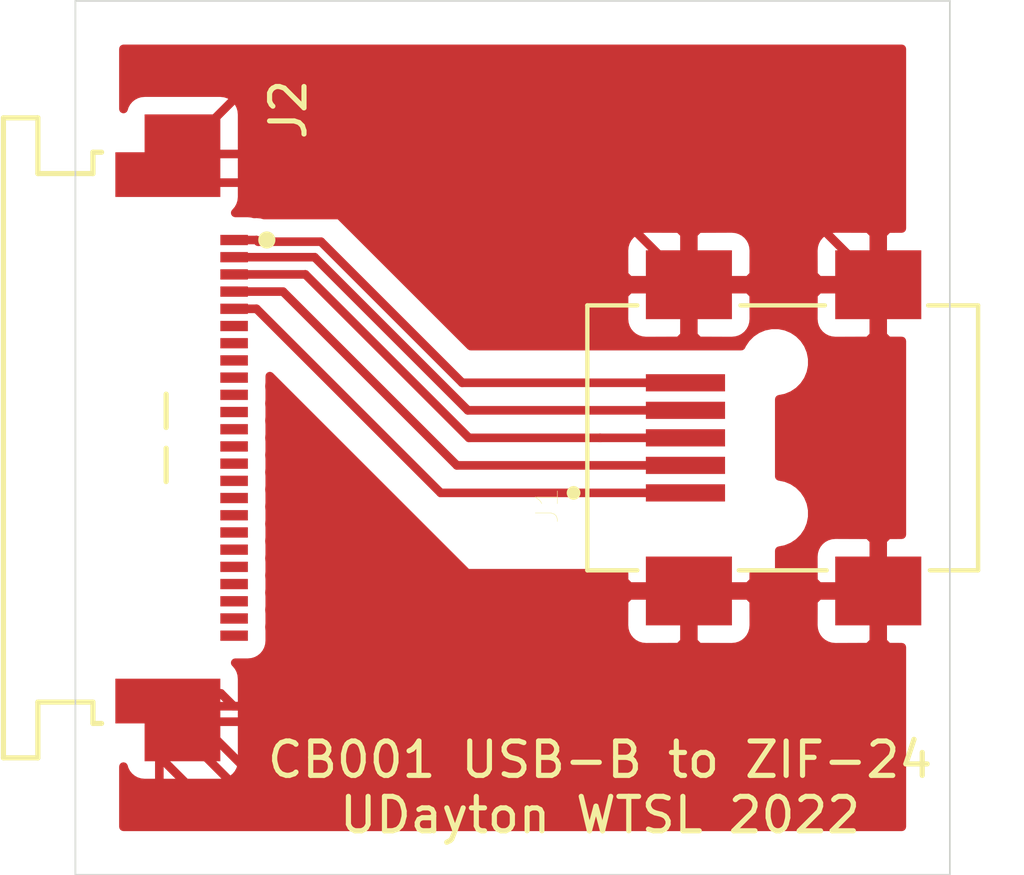
<source format=kicad_pcb>
(kicad_pcb (version 20171130) (host pcbnew "(5.1.12)-1")

  (general
    (thickness 1.6)
    (drawings 5)
    (tracks 47)
    (zones 0)
    (modules 2)
    (nets 26)
  )

  (page A4)
  (layers
    (0 F.Cu signal)
    (31 B.Cu signal)
    (32 B.Adhes user)
    (33 F.Adhes user)
    (34 B.Paste user)
    (35 F.Paste user)
    (36 B.SilkS user)
    (37 F.SilkS user)
    (38 B.Mask user)
    (39 F.Mask user)
    (40 Dwgs.User user)
    (41 Cmts.User user)
    (42 Eco1.User user)
    (43 Eco2.User user)
    (44 Edge.Cuts user)
    (45 Margin user)
    (46 B.CrtYd user)
    (47 F.CrtYd user)
    (48 B.Fab user)
    (49 F.Fab user)
  )

  (setup
    (last_trace_width 0.25)
    (trace_clearance 0.2)
    (zone_clearance 0.508)
    (zone_45_only no)
    (trace_min 0.2)
    (via_size 0.8)
    (via_drill 0.4)
    (via_min_size 0.4)
    (via_min_drill 0.3)
    (uvia_size 0.3)
    (uvia_drill 0.1)
    (uvias_allowed no)
    (uvia_min_size 0.2)
    (uvia_min_drill 0.1)
    (edge_width 0.05)
    (segment_width 0.2)
    (pcb_text_width 0.3)
    (pcb_text_size 1.5 1.5)
    (mod_edge_width 0.12)
    (mod_text_size 1 1)
    (mod_text_width 0.15)
    (pad_size 1.524 1.524)
    (pad_drill 0.762)
    (pad_to_mask_clearance 0)
    (aux_axis_origin 0 0)
    (visible_elements 7FFFFFFF)
    (pcbplotparams
      (layerselection 0x010fc_ffffffff)
      (usegerberextensions false)
      (usegerberattributes true)
      (usegerberadvancedattributes true)
      (creategerberjobfile true)
      (excludeedgelayer true)
      (linewidth 0.100000)
      (plotframeref false)
      (viasonmask false)
      (mode 1)
      (useauxorigin false)
      (hpglpennumber 1)
      (hpglpenspeed 20)
      (hpglpendiameter 15.000000)
      (psnegative false)
      (psa4output false)
      (plotreference true)
      (plotvalue true)
      (plotinvisibletext false)
      (padsonsilk false)
      (subtractmaskfromsilk false)
      (outputformat 1)
      (mirror false)
      (drillshape 0)
      (scaleselection 1)
      (outputdirectory "gerber/"))
  )

  (net 0 "")
  (net 1 "Net-(J1-Pad5)")
  (net 2 "Net-(J1-Pad4)")
  (net 3 "Net-(J1-Pad3)")
  (net 4 "Net-(J1-Pad2)")
  (net 5 "Net-(J1-Pad1)")
  (net 6 "Net-(J1-PadS1)")
  (net 7 "Net-(J2-Pad24)")
  (net 8 "Net-(J2-Pad23)")
  (net 9 "Net-(J2-Pad21)")
  (net 10 "Net-(J2-Pad20)")
  (net 11 "Net-(J2-Pad19)")
  (net 12 "Net-(J2-Pad18)")
  (net 13 "Net-(J2-Pad17)")
  (net 14 "Net-(J2-Pad16)")
  (net 15 "Net-(J2-Pad15)")
  (net 16 "Net-(J2-Pad14)")
  (net 17 "Net-(J2-Pad13)")
  (net 18 "Net-(J2-Pad12)")
  (net 19 "Net-(J2-Pad11)")
  (net 20 "Net-(J2-Pad10)")
  (net 21 "Net-(J2-Pad9)")
  (net 22 "Net-(J2-Pad8)")
  (net 23 "Net-(J2-Pad7)")
  (net 24 "Net-(J2-Pad6)")
  (net 25 "Net-(J2-Pad22)")

  (net_class Default "This is the default net class."
    (clearance 0.2)
    (trace_width 0.25)
    (via_dia 0.8)
    (via_drill 0.4)
    (uvia_dia 0.3)
    (uvia_drill 0.1)
    (add_net "Net-(J1-Pad1)")
    (add_net "Net-(J1-Pad2)")
    (add_net "Net-(J1-Pad3)")
    (add_net "Net-(J1-Pad4)")
    (add_net "Net-(J1-Pad5)")
    (add_net "Net-(J1-PadS1)")
    (add_net "Net-(J2-Pad10)")
    (add_net "Net-(J2-Pad11)")
    (add_net "Net-(J2-Pad12)")
    (add_net "Net-(J2-Pad13)")
    (add_net "Net-(J2-Pad14)")
    (add_net "Net-(J2-Pad15)")
    (add_net "Net-(J2-Pad16)")
    (add_net "Net-(J2-Pad17)")
    (add_net "Net-(J2-Pad18)")
    (add_net "Net-(J2-Pad19)")
    (add_net "Net-(J2-Pad20)")
    (add_net "Net-(J2-Pad21)")
    (add_net "Net-(J2-Pad22)")
    (add_net "Net-(J2-Pad23)")
    (add_net "Net-(J2-Pad24)")
    (add_net "Net-(J2-Pad6)")
    (add_net "Net-(J2-Pad7)")
    (add_net "Net-(J2-Pad8)")
    (add_net "Net-(J2-Pad9)")
  )

  (module Imported_Parts:CONN_1734035-2 (layer F.Cu) (tedit 6282B103) (tstamp 6282F5FF)
    (at 101.6 102.87 90)
    (path /6282E50D)
    (fp_text reference J1 (at -1.970623 -6.615202 90) (layer F.SilkS)
      (effects (font (size 0.640853 0.640853) (thickness 0.015)))
    )
    (fp_text value 1734035-2 (at 1.753775 6.837188 90) (layer F.Fab)
      (effects (font (size 0.640429 0.640429) (thickness 0.015)))
    )
    (fp_line (start 3.85 5.25) (end 3.85 5.9) (layer F.Fab) (width 0.127))
    (fp_line (start 3.85 5.25) (end 3.85 -5.45) (layer F.Fab) (width 0.127))
    (fp_line (start 3.85 -5.45) (end -3.85 -5.45) (layer F.Fab) (width 0.127))
    (fp_line (start -3.85 -5.45) (end -3.85 5.25) (layer F.Fab) (width 0.127))
    (fp_line (start -3.85 5.9) (end -3.85 5.25) (layer F.Fab) (width 0.127))
    (fp_line (start -3.85 5.25) (end 3.85 5.25) (layer F.Fab) (width 0.127))
    (fp_line (start -3.85 5.9) (end 3.85 5.9) (layer F.Fab) (width 0.127))
    (fp_line (start -3.85 -4) (end -3.85 -5.45) (layer F.SilkS) (width 0.127))
    (fp_line (start -3.85 -5.45) (end 3.85 -5.45) (layer F.SilkS) (width 0.127))
    (fp_line (start 3.85 -5.45) (end 3.85 -4) (layer F.SilkS) (width 0.127))
    (fp_line (start 3.85 -1) (end 3.85 1.45) (layer F.SilkS) (width 0.127))
    (fp_line (start -3.85 -1.05) (end -3.85 1.5) (layer F.SilkS) (width 0.127))
    (fp_line (start -3.85 4.5) (end -3.85 5.9) (layer F.SilkS) (width 0.127))
    (fp_line (start -3.85 5.9) (end 3.85 5.9) (layer F.SilkS) (width 0.127))
    (fp_line (start 3.85 5.9) (end 3.85 4.45) (layer F.SilkS) (width 0.127))
    (fp_circle (center -1.6 -5.85) (end -1.5 -5.85) (layer F.SilkS) (width 0.2))
    (fp_line (start 4.25 6.25) (end 4.25 4.5) (layer F.CrtYd) (width 0.05))
    (fp_line (start 4.25 4.5) (end 5.75 4.5) (layer F.CrtYd) (width 0.05))
    (fp_line (start 5.75 4.5) (end 5.75 1.5) (layer F.CrtYd) (width 0.05))
    (fp_line (start 5.75 1.5) (end 4.25 1.5) (layer F.CrtYd) (width 0.05))
    (fp_line (start 4.25 1.5) (end 4.25 -1) (layer F.CrtYd) (width 0.05))
    (fp_line (start 4.25 -1) (end 5.75 -1) (layer F.CrtYd) (width 0.05))
    (fp_line (start 5.75 -1) (end 5.75 -4) (layer F.CrtYd) (width 0.05))
    (fp_line (start 5.75 -4) (end 4.25 -4) (layer F.CrtYd) (width 0.05))
    (fp_line (start 4.25 -4) (end 4.25 -5.75) (layer F.CrtYd) (width 0.05))
    (fp_line (start 4.25 -5.75) (end -4.25 -5.75) (layer F.CrtYd) (width 0.05))
    (fp_line (start -4.25 -5.75) (end -4.25 -4) (layer F.CrtYd) (width 0.05))
    (fp_line (start -4.25 -4) (end -5.75 -4) (layer F.CrtYd) (width 0.05))
    (fp_line (start -5.75 -4) (end -5.75 -1) (layer F.CrtYd) (width 0.05))
    (fp_line (start -5.75 -1) (end -4.25 -1) (layer F.CrtYd) (width 0.05))
    (fp_line (start -4.25 -1) (end -4.25 1.5) (layer F.CrtYd) (width 0.05))
    (fp_line (start -4.25 1.5) (end -5.75 1.5) (layer F.CrtYd) (width 0.05))
    (fp_line (start -5.75 1.5) (end -5.75 4.5) (layer F.CrtYd) (width 0.05))
    (fp_line (start -5.75 4.5) (end -4.25 4.5) (layer F.CrtYd) (width 0.05))
    (fp_line (start -4.25 4.5) (end -4.25 6.25) (layer F.CrtYd) (width 0.05))
    (fp_line (start -4.25 6.25) (end 4.25 6.25) (layer F.CrtYd) (width 0.05))
    (fp_text user PCB~EDGE (at -2.65567 5.13324 90) (layer F.Fab)
      (effects (font (size 0.640404 0.640404) (thickness 0.015)))
    )
    (pad S1 smd rect (at -4.45 -2.5 90) (size 2 2.5) (layers F.Cu F.Paste F.Mask)
      (net 6 "Net-(J1-PadS1)"))
    (pad S2 smd rect (at 4.45 -2.5 90) (size 2 2.5) (layers F.Cu F.Paste F.Mask)
      (net 6 "Net-(J1-PadS1)"))
    (pad S3 smd rect (at -4.45 3 90) (size 2 2.5) (layers F.Cu F.Paste F.Mask)
      (net 6 "Net-(J1-PadS1)"))
    (pad S4 smd rect (at 4.45 3 90) (size 2 2.5) (layers F.Cu F.Paste F.Mask)
      (net 6 "Net-(J1-PadS1)"))
    (pad None np_thru_hole circle (at -2.2 0 90) (size 0.9 0.9) (drill 0.9) (layers *.Cu *.Mask))
    (pad None np_thru_hole circle (at 2.2 0 90) (size 0.9 0.9) (drill 0.9) (layers *.Cu *.Mask))
    (pad 1 smd rect (at -1.6 -2.6 90) (size 0.5 2.3) (layers F.Cu F.Paste F.Mask)
      (net 5 "Net-(J1-Pad1)"))
    (pad 2 smd rect (at -0.8 -2.6 90) (size 0.5 2.3) (layers F.Cu F.Paste F.Mask)
      (net 4 "Net-(J1-Pad2)"))
    (pad 3 smd rect (at 0 -2.6 90) (size 0.5 2.3) (layers F.Cu F.Paste F.Mask)
      (net 3 "Net-(J1-Pad3)"))
    (pad 4 smd rect (at 0.8 -2.6 90) (size 0.5 2.3) (layers F.Cu F.Paste F.Mask)
      (net 2 "Net-(J1-Pad4)"))
    (pad 5 smd rect (at 1.6 -2.6 90) (size 0.5 2.3) (layers F.Cu F.Paste F.Mask)
      (net 1 "Net-(J1-Pad5)"))
    (model "C:/Users/zkran/Documents/Kicad/Sym/TE Connectivity 17340352/1-1734035-1.stp"
      (offset (xyz 0 -6 2))
      (scale (xyz 1 1 1))
      (rotate (xyz -90 0 0))
    )
  )

  (module Imported_Parts:Molex-52437-2471-Manufacturer_Recommended (layer F.Cu) (tedit 6282A24A) (tstamp 62830007)
    (at 85.09 102.87 270)
    (path /62837ADF)
    (fp_text reference J2 (at -10.500245 -2.375003 90) (layer F.SilkS)
      (effects (font (size 1 1) (thickness 0.15)) (justify right))
    )
    (fp_text value -- (at 0 1.27 90) (layer F.SilkS)
      (effects (font (size 1.27 1.27) (thickness 0.15)))
    )
    (fp_line (start 9.424747 5.925002) (end 9.424747 -1.224998) (layer F.CrtYd) (width 0.15))
    (fp_line (start -9.425245 5.925002) (end 9.424747 5.925002) (layer F.CrtYd) (width 0.15))
    (fp_line (start -9.425245 -1.224998) (end -9.425245 5.925002) (layer F.CrtYd) (width 0.15))
    (fp_line (start 9.424747 -1.224998) (end -9.425245 -1.224998) (layer F.CrtYd) (width 0.15))
    (fp_line (start 9.424747 -1.224998) (end 9.424747 -1.224998) (layer F.CrtYd) (width 0.15))
    (fp_poly (pts (xy -7.000245 -0.400002) (xy -9.400245 -0.400002) (xy -9.400245 1.799999) (xy -8.300245 1.799999)
      (xy -8.300245 2.649997) (xy -7.000245 2.649997)) (layer F.Paste) (width 0))
    (fp_poly (pts (xy -7.000245 -0.400002) (xy -9.400245 -0.400002) (xy -9.400245 1.799999) (xy -8.300245 1.799999)
      (xy -8.300245 2.649997) (xy -7.000245 2.649997)) (layer F.Mask) (width 0))
    (fp_poly (pts (xy -7.000245 -0.400002) (xy -9.400245 -0.400002) (xy -9.400245 1.799999) (xy -8.300245 1.799999)
      (xy -8.300245 2.649997) (xy -7.000245 2.649997)) (layer F.Cu) (width 0))
    (fp_poly (pts (xy 6.999747 -0.400002) (xy 9.399748 -0.400002) (xy 9.399748 1.799999) (xy 8.299747 1.799999)
      (xy 8.299747 2.649997) (xy 6.999747 2.649997)) (layer F.Paste) (width 0))
    (fp_poly (pts (xy 6.999747 -0.400002) (xy 9.399748 -0.400002) (xy 9.399748 1.799999) (xy 8.299747 1.799999)
      (xy 8.299747 2.649997) (xy 6.999747 2.649997)) (layer F.Mask) (width 0))
    (fp_poly (pts (xy 6.999747 -0.400002) (xy 9.399748 -0.400002) (xy 9.399748 1.799999) (xy 8.299747 1.799999)
      (xy 8.299747 2.649997) (xy 6.999747 2.649997)) (layer F.Cu) (width 0))
    (fp_poly (pts (xy -6.200243 1.450001) (xy -7.000243 1.450001) (xy -7.000243 0.150001) (xy -6.200243 0.150001)) (layer Dwgs.User) (width 0))
    (fp_poly (pts (xy 6.199747 0.15) (xy 6.999747 0.15) (xy 6.999747 1.45) (xy 6.199747 1.45)) (layer Dwgs.User) (width 0))
    (fp_line (start 7.679487 4.899998) (end 7.679487 3.300258) (layer F.SilkS) (width 0.15))
    (fp_line (start 7.679487 4.899998) (end 9.299712 4.899998) (layer F.SilkS) (width 0.15))
    (fp_line (start 9.299712 4.899998) (end 9.29973 4.900016) (layer F.SilkS) (width 0.15))
    (fp_line (start 9.29973 5.900016) (end 9.29973 4.900016) (layer F.SilkS) (width 0.15))
    (fp_line (start -9.300228 5.900016) (end 9.29973 5.900016) (layer F.SilkS) (width 0.15))
    (fp_line (start -9.300228 5.900016) (end -9.300228 4.899947) (layer F.SilkS) (width 0.15))
    (fp_line (start -9.300228 4.899947) (end -9.30007 4.89979) (layer F.SilkS) (width 0.15))
    (fp_line (start -9.30007 4.89979) (end -7.680749 4.89979) (layer F.SilkS) (width 0.15))
    (fp_line (start -7.680749 4.89979) (end -7.680749 3.300255) (layer F.SilkS) (width 0.15))
    (fp_line (start -8.300999 3.300255) (end -7.680749 3.300255) (layer F.SilkS) (width 0.15))
    (fp_line (start -8.300999 3.300255) (end -8.300999 3.049999) (layer F.SilkS) (width 0.15))
    (fp_line (start 8.29975 3.300255) (end 8.29975 3.049999) (layer F.SilkS) (width 0.15))
    (fp_line (start 7.679484 3.300255) (end 8.29975 3.300255) (layer F.SilkS) (width 0.15))
    (fp_line (start -7.680749 3.300255) (end 7.679484 3.300255) (layer F.Fab) (width 0.1))
    (fp_line (start -7.680541 4.899998) (end 7.679484 4.899998) (layer F.Fab) (width 0.1))
    (fp_line (start 7.679484 4.899998) (end 9.299748 4.899998) (layer F.Fab) (width 0.1))
    (fp_line (start 9.29973 5.900016) (end 9.299748 4.899998) (layer F.Fab) (width 0.1))
    (fp_line (start -9.300228 5.900016) (end 9.29973 5.900016) (layer F.Fab) (width 0.1))
    (fp_line (start -9.300246 4.899998) (end -9.300228 5.900016) (layer F.Fab) (width 0.1))
    (fp_line (start 7.679484 4.9) (end 7.679484 3.300255) (layer F.Fab) (width 0.1))
    (fp_line (start 7.679484 3.300255) (end 8.29975 3.300255) (layer F.Fab) (width 0.1))
    (fp_line (start 8.29975 3.300255) (end 8.29975 -0.199743) (layer F.Fab) (width 0.1))
    (fp_line (start -8.300545 3.300255) (end -8.300545 -0.199743) (layer F.Fab) (width 0.1))
    (fp_line (start -8.300545 3.300255) (end -7.680749 3.300255) (layer F.Fab) (width 0.1))
    (fp_line (start -7.680541 4.899998) (end -7.680541 3.300255) (layer F.Fab) (width 0.1))
    (fp_line (start -9.300246 4.899998) (end -7.680541 4.899998) (layer F.Fab) (width 0.1))
    (fp_line (start -8.300545 -0.199743) (end 8.29975 -0.199743) (layer F.Fab) (width 0.1))
    (fp_circle (center -5.750248 -1.750002) (end -5.625247 -1.750002) (layer F.SilkS) (width 0.249999))
    (pad 22 smd rect (at 4.749752 -0.800001 270) (size 0.299999 0.800001) (layers F.Cu F.Paste F.Mask)
      (net 25 "Net-(J2-Pad22)"))
    (pad 1 smd rect (at -5.750248 -0.800001 90) (size 0.299999 0.800001) (layers F.Cu F.Paste F.Mask)
      (net 1 "Net-(J1-Pad5)"))
    (pad 2 smd rect (at -5.250249 -0.800001 90) (size 0.299999 0.800001) (layers F.Cu F.Paste F.Mask)
      (net 2 "Net-(J1-Pad4)"))
    (pad 3 smd rect (at -4.750247 -0.800001 90) (size 0.299999 0.800001) (layers F.Cu F.Paste F.Mask)
      (net 3 "Net-(J1-Pad3)"))
    (pad 4 smd rect (at -4.250248 -0.800001 90) (size 0.299999 0.800001) (layers F.Cu F.Paste F.Mask)
      (net 4 "Net-(J1-Pad2)"))
    (pad 5 smd rect (at -3.750247 -0.800001 90) (size 0.299999 0.800001) (layers F.Cu F.Paste F.Mask)
      (net 5 "Net-(J1-Pad1)"))
    (pad 6 smd rect (at -3.250248 -0.800001 90) (size 0.299999 0.800001) (layers F.Cu F.Paste F.Mask)
      (net 24 "Net-(J2-Pad6)"))
    (pad 7 smd rect (at -2.750249 -0.800001 90) (size 0.299999 0.800001) (layers F.Cu F.Paste F.Mask)
      (net 23 "Net-(J2-Pad7)"))
    (pad 8 smd rect (at -2.250247 -0.800001 90) (size 0.299999 0.800001) (layers F.Cu F.Paste F.Mask)
      (net 22 "Net-(J2-Pad8)"))
    (pad 9 smd rect (at -1.750248 -0.800001 90) (size 0.299999 0.800001) (layers F.Cu F.Paste F.Mask)
      (net 21 "Net-(J2-Pad9)"))
    (pad 10 smd rect (at -1.250246 -0.800001 90) (size 0.299999 0.800001) (layers F.Cu F.Paste F.Mask)
      (net 20 "Net-(J2-Pad10)"))
    (pad 11 smd rect (at -0.750247 -0.800001 90) (size 0.299999 0.800001) (layers F.Cu F.Paste F.Mask)
      (net 19 "Net-(J2-Pad11)"))
    (pad 12 smd rect (at -0.250248 -0.800001 90) (size 0.299999 0.800001) (layers F.Cu F.Paste F.Mask)
      (net 18 "Net-(J2-Pad12)"))
    (pad 13 smd rect (at 0.249753 -0.800001 90) (size 0.299999 0.800001) (layers F.Cu F.Paste F.Mask)
      (net 17 "Net-(J2-Pad13)"))
    (pad 14 smd rect (at 0.749752 -0.800001 90) (size 0.299999 0.800001) (layers F.Cu F.Paste F.Mask)
      (net 16 "Net-(J2-Pad14)"))
    (pad 15 smd rect (at 1.249754 -0.800001 90) (size 0.299999 0.800001) (layers F.Cu F.Paste F.Mask)
      (net 15 "Net-(J2-Pad15)"))
    (pad 16 smd rect (at 1.749753 -0.800001 90) (size 0.299999 0.800001) (layers F.Cu F.Paste F.Mask)
      (net 14 "Net-(J2-Pad16)"))
    (pad 17 smd rect (at 2.249752 -0.800001 90) (size 0.299999 0.800001) (layers F.Cu F.Paste F.Mask)
      (net 13 "Net-(J2-Pad17)"))
    (pad 18 smd rect (at 2.749753 -0.800001 90) (size 0.299999 0.800001) (layers F.Cu F.Paste F.Mask)
      (net 12 "Net-(J2-Pad18)"))
    (pad 19 smd rect (at 3.249752 -0.800001 90) (size 0.299999 0.800001) (layers F.Cu F.Paste F.Mask)
      (net 11 "Net-(J2-Pad19)"))
    (pad 20 smd rect (at 3.749754 -0.800001 90) (size 0.299999 0.800001) (layers F.Cu F.Paste F.Mask)
      (net 10 "Net-(J2-Pad20)"))
    (pad 21 smd rect (at 4.249753 -0.800001 90) (size 0.299999 0.800001) (layers F.Cu F.Paste F.Mask)
      (net 9 "Net-(J2-Pad21)"))
    (pad MP1 smd rect (at -8.24975 0.799998 90) (size 1.000001 1.000001) (layers F.Cu F.Paste F.Mask)
      (net 6 "Net-(J1-PadS1)"))
    (pad MP2 smd rect (at 8.24975 0.799998 90) (size 1.000001 1.000001) (layers F.Cu F.Paste F.Mask)
      (net 6 "Net-(J1-PadS1)"))
    (pad 23 smd rect (at 5.249753 -0.800001 270) (size 0.299999 0.800001) (layers F.Cu F.Paste F.Mask)
      (net 8 "Net-(J2-Pad23)"))
    (pad 24 smd rect (at 5.749752 -0.800001 270) (size 0.299999 0.800001) (layers F.Cu F.Paste F.Mask)
      (net 7 "Net-(J2-Pad24)"))
    (model C:/Users/zkran/Documents/Kicad/Sym/Conn_Molex_52437-2471/524372471.stp
      (at (xyz 0 0 0))
      (scale (xyz 1 1 1))
      (rotate (xyz -90 0 0))
    )
  )

  (gr_text "CB001 USB-B to ZIF-24\nUDayton WTSL 2022" (at 96.52 113.03) (layer F.SilkS)
    (effects (font (size 1 1) (thickness 0.15)))
  )
  (gr_line (start 81.28 115.57) (end 81.28 90.17) (layer Edge.Cuts) (width 0.05) (tstamp 6282FAF5))
  (gr_line (start 106.68 115.57) (end 81.28 115.57) (layer Edge.Cuts) (width 0.05))
  (gr_line (start 106.68 90.17) (end 106.68 115.57) (layer Edge.Cuts) (width 0.05))
  (gr_line (start 81.28 90.17) (end 106.68 90.17) (layer Edge.Cuts) (width 0.05))

  (segment (start 83.465001 110.359749) (end 83.530001 110.294749) (width 0.25) (layer F.Cu) (net 0))
  (segment (start 83.465001 111.760601) (end 83.465001 110.359749) (width 0.25) (layer F.Cu) (net 0))
  (segment (start 83.7184 112.014) (end 83.465001 111.760601) (width 0.25) (layer F.Cu) (net 0))
  (segment (start 83.7184 113.4872) (end 83.7184 112.014) (width 0.25) (layer F.Cu) (net 0))
  (segment (start 85.050004 110.294749) (end 85.424995 110.66974) (width 0.25) (layer F.Cu) (net 0))
  (segment (start 83.530001 110.294749) (end 85.050004 110.294749) (width 0.25) (layer F.Cu) (net 0))
  (segment (start 86.810009 113.073609) (end 85.30616 111.56976) (width 0.25) (layer F.Cu) (net 0))
  (segment (start 86.810009 113.622801) (end 86.810009 113.073609) (width 0.25) (layer F.Cu) (net 0))
  (segment (start 86.546401 113.886409) (end 86.810009 113.622801) (width 0.25) (layer F.Cu) (net 0))
  (segment (start 85.471658 113.886409) (end 86.546401 113.886409) (width 0.25) (layer F.Cu) (net 0))
  (segment (start 83.465001 111.879752) (end 85.471658 113.886409) (width 0.25) (layer F.Cu) (net 0))
  (segment (start 83.465001 110.359749) (end 83.465001 111.879752) (width 0.25) (layer F.Cu) (net 0))
  (segment (start 85.504349 110.294749) (end 85.87934 110.66974) (width 0.25) (layer F.Cu) (net 0))
  (segment (start 83.530001 110.294749) (end 85.504349 110.294749) (width 0.25) (layer F.Cu) (net 0))
  (segment (start 85.87934 110.66974) (end 86.868 110.66974) (width 0.25) (layer F.Cu) (net 0))
  (segment (start 86.868 110.66974) (end 85.17145 110.66974) (width 0.25) (layer F.Cu) (net 0))
  (segment (start 86.58999 97.169741) (end 88.414367 97.169742) (width 0.25) (layer F.Cu) (net 1))
  (segment (start 86.540001 97.119752) (end 86.58999 97.169741) (width 0.25) (layer F.Cu) (net 1))
  (segment (start 85.890001 97.119752) (end 86.540001 97.119752) (width 0.25) (layer F.Cu) (net 1))
  (segment (start 92.514625 101.27) (end 99 101.27) (width 0.25) (layer F.Cu) (net 1))
  (segment (start 88.414367 97.169742) (end 92.514625 101.27) (width 0.25) (layer F.Cu) (net 1))
  (segment (start 85.890001 97.619751) (end 88.227966 97.619751) (width 0.25) (layer F.Cu) (net 2))
  (segment (start 92.678215 102.07) (end 99 102.07) (width 0.25) (layer F.Cu) (net 2))
  (segment (start 88.227966 97.619751) (end 92.678215 102.07) (width 0.25) (layer F.Cu) (net 2))
  (segment (start 85.890001 98.119753) (end 87.959753 98.119753) (width 0.25) (layer F.Cu) (net 3))
  (segment (start 87.959753 98.119753) (end 92.71 102.87) (width 0.25) (layer F.Cu) (net 3))
  (segment (start 96.52 102.87) (end 99 102.87) (width 0.25) (layer F.Cu) (net 3))
  (segment (start 92.71 102.87) (end 96.52 102.87) (width 0.25) (layer F.Cu) (net 3))
  (segment (start 85.890001 98.619752) (end 87.309762 98.619752) (width 0.25) (layer F.Cu) (net 4))
  (segment (start 92.36001 103.67) (end 99 103.67) (width 0.25) (layer F.Cu) (net 4))
  (segment (start 87.309762 98.619752) (end 92.36001 103.67) (width 0.25) (layer F.Cu) (net 4))
  (segment (start 91.890248 104.47) (end 99 104.47) (width 0.25) (layer F.Cu) (net 5))
  (segment (start 86.540001 99.119753) (end 91.890248 104.47) (width 0.25) (layer F.Cu) (net 5))
  (segment (start 85.890001 99.119753) (end 86.540001 99.119753) (width 0.25) (layer F.Cu) (net 5))
  (segment (start 95.30025 94.62025) (end 99.1 98.42) (width 0.25) (layer F.Cu) (net 6))
  (segment (start 84.290002 94.62025) (end 95.30025 94.62025) (width 0.25) (layer F.Cu) (net 6))
  (segment (start 98.89 92.71) (end 104.6 98.42) (width 0.25) (layer F.Cu) (net 6))
  (segment (start 84.290002 111.11975) (end 97.16025 111.11975) (width 0.25) (layer F.Cu) (net 6))
  (segment (start 99.1 109.18) (end 99.1 107.32) (width 0.25) (layer F.Cu) (net 6))
  (segment (start 97.16025 111.11975) (end 99.1 109.18) (width 0.25) (layer F.Cu) (net 6))
  (segment (start 84.290002 111.366402) (end 84.290002 111.11975) (width 0.25) (layer F.Cu) (net 6))
  (segment (start 86.36 113.4364) (end 84.290002 111.366402) (width 0.25) (layer F.Cu) (net 6))
  (segment (start 84.29735 94.62025) (end 86.2076 92.71) (width 0.25) (layer F.Cu) (net 6))
  (segment (start 84.290002 94.62025) (end 84.29735 94.62025) (width 0.25) (layer F.Cu) (net 6))
  (segment (start 86.2076 92.71) (end 98.89 92.71) (width 0.25) (layer F.Cu) (net 6))
  (segment (start 85.122952 95.4532) (end 84.290002 94.62025) (width 0.25) (layer F.Cu) (net 6))
  (segment (start 88.0364 95.4532) (end 85.122952 95.4532) (width 0.25) (layer F.Cu) (net 6))

  (zone (net 6) (net_name "Net-(J1-PadS1)") (layer F.Cu) (tstamp 62830AE0) (hatch edge 0.508)
    (connect_pads (clearance 0.508))
    (min_thickness 0.254)
    (fill yes (arc_segments 32) (thermal_gap 0.508) (thermal_bridge_width 0.508))
    (polygon
      (pts
        (xy 105.41 114.3) (xy 82.55 114.3) (xy 82.55 100.33) (xy 86.36 100.33) (xy 92.71 106.68)
        (xy 101.6 106.68) (xy 101.6 100.33) (xy 92.71 100.33) (xy 88.9 96.52) (xy 82.55 96.52)
        (xy 82.55 91.44) (xy 105.41 91.44)
      )
    )
    (filled_polygon
      (pts
        (xy 105.283 96.783734) (xy 104.88575 96.785) (xy 104.727 96.94375) (xy 104.727 98.293) (xy 104.747 98.293)
        (xy 104.747 98.547) (xy 104.727 98.547) (xy 104.727 99.89625) (xy 104.88575 100.055) (xy 105.283 100.056266)
        (xy 105.283 105.683734) (xy 104.88575 105.685) (xy 104.727 105.84375) (xy 104.727 107.193) (xy 104.747 107.193)
        (xy 104.747 107.447) (xy 104.727 107.447) (xy 104.727 108.79625) (xy 104.88575 108.955) (xy 105.283 108.956266)
        (xy 105.283 114.173) (xy 82.677 114.173) (xy 82.677 112.425896) (xy 82.684389 112.450369) (xy 82.701239 112.507623)
        (xy 82.70227 112.509595) (xy 82.702914 112.511728) (xy 82.730989 112.564529) (xy 82.758656 112.617451) (xy 82.76005 112.619185)
        (xy 82.761096 112.621152) (xy 82.798884 112.667485) (xy 82.836311 112.714034) (xy 82.838016 112.715465) (xy 82.839424 112.717191)
        (xy 82.885474 112.755287) (xy 82.931247 112.793695) (xy 82.933199 112.794768) (xy 82.934914 112.796187) (xy 82.987462 112.824599)
        (xy 83.039848 112.853399) (xy 83.041972 112.854073) (xy 83.043929 112.855131) (xy 83.100951 112.872782) (xy 83.157977 112.890872)
        (xy 83.160193 112.891121) (xy 83.162317 112.891778) (xy 83.221744 112.898024) (xy 83.281135 112.904686) (xy 83.285405 112.904716)
        (xy 83.285568 112.904733) (xy 83.285731 112.904718) (xy 83.290001 112.904748) (xy 85.490002 112.904748) (xy 85.549507 112.898914)
        (xy 85.608989 112.8935) (xy 85.61112 112.892873) (xy 85.613341 112.892655) (xy 85.670623 112.87536) (xy 85.727877 112.85851)
        (xy 85.729849 112.857479) (xy 85.731982 112.856835) (xy 85.784783 112.82876) (xy 85.837705 112.801093) (xy 85.839439 112.799699)
        (xy 85.841406 112.798653) (xy 85.887739 112.760865) (xy 85.934288 112.723438) (xy 85.935719 112.721733) (xy 85.937445 112.720325)
        (xy 85.975541 112.674275) (xy 86.013949 112.628502) (xy 86.015022 112.62655) (xy 86.016441 112.624835) (xy 86.044853 112.572287)
        (xy 86.073653 112.519901) (xy 86.074327 112.517777) (xy 86.075385 112.51582) (xy 86.093036 112.458798) (xy 86.111126 112.401772)
        (xy 86.111375 112.399556) (xy 86.112032 112.397432) (xy 86.118278 112.338005) (xy 86.12494 112.278614) (xy 86.12497 112.274344)
        (xy 86.124987 112.274181) (xy 86.124972 112.274018) (xy 86.125002 112.269748) (xy 86.125002 109.869747) (xy 86.119168 109.810242)
        (xy 86.113754 109.75076) (xy 86.113127 109.748629) (xy 86.112909 109.746408) (xy 86.095614 109.689126) (xy 86.078764 109.631872)
        (xy 86.077733 109.6299) (xy 86.077089 109.627767) (xy 86.049014 109.574966) (xy 86.021347 109.522044) (xy 86.019953 109.52031)
        (xy 86.018907 109.518343) (xy 85.981119 109.47201) (xy 85.943692 109.425461) (xy 85.941987 109.42403) (xy 85.940579 109.422304)
        (xy 85.923074 109.407823) (xy 86.290001 109.407823) (xy 86.414483 109.395563) (xy 86.534181 109.359253) (xy 86.644495 109.300288)
        (xy 86.741186 109.220936) (xy 86.820538 109.124245) (xy 86.879503 109.013931) (xy 86.915813 108.894233) (xy 86.928073 108.769751)
        (xy 86.928073 108.469753) (xy 86.918224 108.369753) (xy 86.923124 108.32) (xy 97.211928 108.32) (xy 97.224188 108.444482)
        (xy 97.260498 108.56418) (xy 97.319463 108.674494) (xy 97.398815 108.771185) (xy 97.495506 108.850537) (xy 97.60582 108.909502)
        (xy 97.725518 108.945812) (xy 97.85 108.958072) (xy 98.81425 108.955) (xy 98.973 108.79625) (xy 98.973 107.447)
        (xy 99.227 107.447) (xy 99.227 108.79625) (xy 99.38575 108.955) (xy 100.35 108.958072) (xy 100.474482 108.945812)
        (xy 100.59418 108.909502) (xy 100.704494 108.850537) (xy 100.801185 108.771185) (xy 100.880537 108.674494) (xy 100.939502 108.56418)
        (xy 100.975812 108.444482) (xy 100.988072 108.32) (xy 102.711928 108.32) (xy 102.724188 108.444482) (xy 102.760498 108.56418)
        (xy 102.819463 108.674494) (xy 102.898815 108.771185) (xy 102.995506 108.850537) (xy 103.10582 108.909502) (xy 103.225518 108.945812)
        (xy 103.35 108.958072) (xy 104.31425 108.955) (xy 104.473 108.79625) (xy 104.473 107.447) (xy 102.87375 107.447)
        (xy 102.715 107.60575) (xy 102.711928 108.32) (xy 100.988072 108.32) (xy 100.985 107.60575) (xy 100.82625 107.447)
        (xy 99.227 107.447) (xy 98.973 107.447) (xy 97.37375 107.447) (xy 97.215 107.60575) (xy 97.211928 108.32)
        (xy 86.923124 108.32) (xy 86.928073 108.269752) (xy 86.928073 107.969754) (xy 86.918224 107.869753) (xy 86.928073 107.769751)
        (xy 86.928073 107.469753) (xy 86.918224 107.369752) (xy 86.928073 107.269752) (xy 86.928073 106.969754) (xy 86.918224 106.869753)
        (xy 86.928073 106.769753) (xy 86.928073 106.469755) (xy 86.918224 106.369753) (xy 86.928073 106.269751) (xy 86.928073 105.969753)
        (xy 86.918224 105.869752) (xy 86.928073 105.769752) (xy 86.928073 105.469754) (xy 86.918224 105.369753) (xy 86.928073 105.269751)
        (xy 86.928073 104.969753) (xy 86.918224 104.869753) (xy 86.928073 104.769752) (xy 86.928073 104.469754) (xy 86.918224 104.369754)
        (xy 86.928073 104.269753) (xy 86.928073 103.969755) (xy 86.918224 103.869753) (xy 86.928073 103.769751) (xy 86.928073 103.469753)
        (xy 86.918224 103.369753) (xy 86.928073 103.269752) (xy 86.928073 102.969754) (xy 86.918224 102.869753) (xy 86.928073 102.769751)
        (xy 86.928073 102.469753) (xy 86.918224 102.369752) (xy 86.928073 102.269752) (xy 86.928073 101.969754) (xy 86.918224 101.869753)
        (xy 86.928073 101.769753) (xy 86.928073 101.469755) (xy 86.918224 101.369753) (xy 86.928073 101.269751) (xy 86.928073 101.077679)
        (xy 92.620197 106.769803) (xy 92.639443 106.785597) (xy 92.661399 106.797333) (xy 92.685224 106.80456) (xy 92.71 106.807)
        (xy 97.214023 106.807) (xy 97.215 107.03425) (xy 97.37375 107.193) (xy 98.973 107.193) (xy 98.973 107.173)
        (xy 99.227 107.173) (xy 99.227 107.193) (xy 100.82625 107.193) (xy 100.985 107.03425) (xy 100.985977 106.807)
        (xy 101.6 106.807) (xy 101.624776 106.80456) (xy 101.648601 106.797333) (xy 101.670557 106.785597) (xy 101.689803 106.769803)
        (xy 101.705597 106.750557) (xy 101.717333 106.728601) (xy 101.72456 106.704776) (xy 101.727 106.68) (xy 101.727 106.32)
        (xy 102.711928 106.32) (xy 102.715 107.03425) (xy 102.87375 107.193) (xy 104.473 107.193) (xy 104.473 105.84375)
        (xy 104.31425 105.685) (xy 103.35 105.681928) (xy 103.225518 105.694188) (xy 103.10582 105.730498) (xy 102.995506 105.789463)
        (xy 102.898815 105.868815) (xy 102.819463 105.965506) (xy 102.760498 106.07582) (xy 102.724188 106.195518) (xy 102.711928 106.32)
        (xy 101.727 106.32) (xy 101.727 106.150995) (xy 101.916483 106.113304) (xy 102.11394 106.031515) (xy 102.291647 105.912775)
        (xy 102.442775 105.761647) (xy 102.561515 105.58394) (xy 102.643304 105.386483) (xy 102.685 105.176863) (xy 102.685 104.963137)
        (xy 102.643304 104.753517) (xy 102.561515 104.55606) (xy 102.442775 104.378353) (xy 102.291647 104.227225) (xy 102.11394 104.108485)
        (xy 101.916483 104.026696) (xy 101.727 103.989005) (xy 101.727 101.750995) (xy 101.916483 101.713304) (xy 102.11394 101.631515)
        (xy 102.291647 101.512775) (xy 102.442775 101.361647) (xy 102.561515 101.18394) (xy 102.643304 100.986483) (xy 102.685 100.776863)
        (xy 102.685 100.563137) (xy 102.643304 100.353517) (xy 102.561515 100.15606) (xy 102.442775 99.978353) (xy 102.291647 99.827225)
        (xy 102.11394 99.708485) (xy 101.916483 99.626696) (xy 101.706863 99.585) (xy 101.493137 99.585) (xy 101.283517 99.626696)
        (xy 101.08606 99.708485) (xy 100.908353 99.827225) (xy 100.757225 99.978353) (xy 100.638485 100.15606) (xy 100.619042 100.203)
        (xy 92.762606 100.203) (xy 91.979606 99.42) (xy 97.211928 99.42) (xy 97.224188 99.544482) (xy 97.260498 99.66418)
        (xy 97.319463 99.774494) (xy 97.398815 99.871185) (xy 97.495506 99.950537) (xy 97.60582 100.009502) (xy 97.725518 100.045812)
        (xy 97.85 100.058072) (xy 98.81425 100.055) (xy 98.973 99.89625) (xy 98.973 98.547) (xy 99.227 98.547)
        (xy 99.227 99.89625) (xy 99.38575 100.055) (xy 100.35 100.058072) (xy 100.474482 100.045812) (xy 100.59418 100.009502)
        (xy 100.704494 99.950537) (xy 100.801185 99.871185) (xy 100.880537 99.774494) (xy 100.939502 99.66418) (xy 100.975812 99.544482)
        (xy 100.988072 99.42) (xy 102.711928 99.42) (xy 102.724188 99.544482) (xy 102.760498 99.66418) (xy 102.819463 99.774494)
        (xy 102.898815 99.871185) (xy 102.995506 99.950537) (xy 103.10582 100.009502) (xy 103.225518 100.045812) (xy 103.35 100.058072)
        (xy 104.31425 100.055) (xy 104.473 99.89625) (xy 104.473 98.547) (xy 102.87375 98.547) (xy 102.715 98.70575)
        (xy 102.711928 99.42) (xy 100.988072 99.42) (xy 100.985 98.70575) (xy 100.82625 98.547) (xy 99.227 98.547)
        (xy 98.973 98.547) (xy 97.37375 98.547) (xy 97.215 98.70575) (xy 97.211928 99.42) (xy 91.979606 99.42)
        (xy 89.979606 97.42) (xy 97.211928 97.42) (xy 97.215 98.13425) (xy 97.37375 98.293) (xy 98.973 98.293)
        (xy 98.973 96.94375) (xy 99.227 96.94375) (xy 99.227 98.293) (xy 100.82625 98.293) (xy 100.985 98.13425)
        (xy 100.988072 97.42) (xy 102.711928 97.42) (xy 102.715 98.13425) (xy 102.87375 98.293) (xy 104.473 98.293)
        (xy 104.473 96.94375) (xy 104.31425 96.785) (xy 103.35 96.781928) (xy 103.225518 96.794188) (xy 103.10582 96.830498)
        (xy 102.995506 96.889463) (xy 102.898815 96.968815) (xy 102.819463 97.065506) (xy 102.760498 97.17582) (xy 102.724188 97.295518)
        (xy 102.711928 97.42) (xy 100.988072 97.42) (xy 100.975812 97.295518) (xy 100.939502 97.17582) (xy 100.880537 97.065506)
        (xy 100.801185 96.968815) (xy 100.704494 96.889463) (xy 100.59418 96.830498) (xy 100.474482 96.794188) (xy 100.35 96.781928)
        (xy 99.38575 96.785) (xy 99.227 96.94375) (xy 98.973 96.94375) (xy 98.81425 96.785) (xy 97.85 96.781928)
        (xy 97.725518 96.794188) (xy 97.60582 96.830498) (xy 97.495506 96.889463) (xy 97.398815 96.968815) (xy 97.319463 97.065506)
        (xy 97.260498 97.17582) (xy 97.224188 97.295518) (xy 97.211928 97.42) (xy 89.979606 97.42) (xy 88.989803 96.430197)
        (xy 88.970557 96.414403) (xy 88.948601 96.402667) (xy 88.924776 96.39544) (xy 88.9 96.393) (xy 86.762341 96.393)
        (xy 86.688987 96.370749) (xy 86.577334 96.359752) (xy 86.577323 96.359752) (xy 86.540001 96.356076) (xy 86.502679 96.359752)
        (xy 86.466605 96.359752) (xy 86.414483 96.343941) (xy 86.290001 96.331681) (xy 85.924045 96.331681) (xy 85.934288 96.323445)
        (xy 85.935719 96.32174) (xy 85.937445 96.320332) (xy 85.975541 96.274282) (xy 86.013949 96.228509) (xy 86.015022 96.226557)
        (xy 86.016441 96.224842) (xy 86.044853 96.172294) (xy 86.073653 96.119908) (xy 86.074327 96.117784) (xy 86.075385 96.115827)
        (xy 86.093036 96.058805) (xy 86.111126 96.001779) (xy 86.111375 95.999563) (xy 86.112032 95.997439) (xy 86.118278 95.938012)
        (xy 86.12494 95.878621) (xy 86.12497 95.874351) (xy 86.124987 95.874188) (xy 86.124972 95.874025) (xy 86.125002 95.869755)
        (xy 86.125002 93.469755) (xy 86.119168 93.41025) (xy 86.113754 93.350768) (xy 86.113127 93.348637) (xy 86.112909 93.346416)
        (xy 86.095614 93.289134) (xy 86.078764 93.23188) (xy 86.077733 93.229908) (xy 86.077089 93.227775) (xy 86.049014 93.174974)
        (xy 86.021347 93.122052) (xy 86.019953 93.120318) (xy 86.018907 93.118351) (xy 85.981119 93.072018) (xy 85.943692 93.025469)
        (xy 85.941987 93.024038) (xy 85.940579 93.022312) (xy 85.894529 92.984216) (xy 85.848756 92.945808) (xy 85.846804 92.944735)
        (xy 85.845089 92.943316) (xy 85.792541 92.914904) (xy 85.740155 92.886104) (xy 85.738031 92.88543) (xy 85.736074 92.884372)
        (xy 85.679052 92.866721) (xy 85.622026 92.848631) (xy 85.61981 92.848382) (xy 85.617686 92.847725) (xy 85.558259 92.841479)
        (xy 85.498868 92.834817) (xy 85.494598 92.834787) (xy 85.494435 92.83477) (xy 85.494272 92.834785) (xy 85.490002 92.834755)
        (xy 83.290001 92.834755) (xy 83.230496 92.840589) (xy 83.171014 92.846003) (xy 83.168883 92.84663) (xy 83.166662 92.846848)
        (xy 83.10938 92.864143) (xy 83.052126 92.880993) (xy 83.050154 92.882024) (xy 83.048021 92.882668) (xy 82.99522 92.910743)
        (xy 82.942298 92.93841) (xy 82.940564 92.939804) (xy 82.938597 92.94085) (xy 82.892264 92.978638) (xy 82.845715 93.016065)
        (xy 82.844284 93.01777) (xy 82.842558 93.019178) (xy 82.804462 93.065228) (xy 82.766054 93.111001) (xy 82.764981 93.112953)
        (xy 82.763562 93.114668) (xy 82.73515 93.167216) (xy 82.70635 93.219602) (xy 82.705676 93.221726) (xy 82.704618 93.223683)
        (xy 82.686967 93.280705) (xy 82.677 93.312124) (xy 82.677 91.567) (xy 105.283 91.567)
      )
    )
  )
)

</source>
